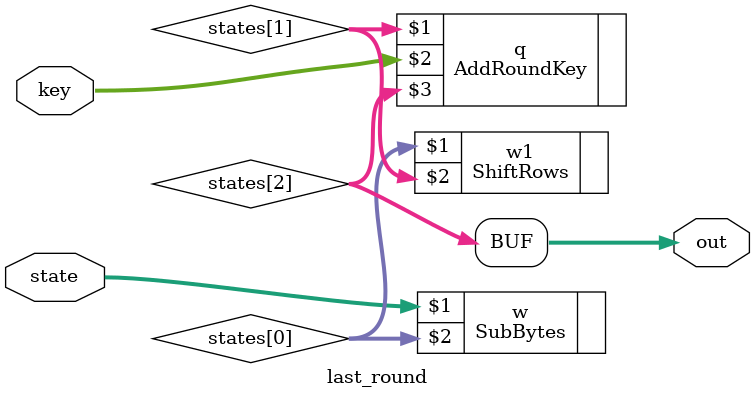
<source format=v>
module last_round(input[127:0] state, input [127:0] key,output wire[127:0] out);
// wire [127:0]states[9:0];
// //wire [6:0]out_deoder[2:0];
// //reg [127:0] need;
// //wire [11:0]out_endoer;
// // AddRoundKey k(states[4],key,states[1]);
// // SubBytes s(states[1],states[2]);
// // ShiftRows r(states[2],states[3]);
// // Encoder e(states[3][7:0],out_endoer);
// // Decoder d(out_endoer,out_deoder[0],out_deoder[1],out_deoder[2]);
// always  @(*) begin : last_round  // level 01
// if(i==10)
// begin
// need=state;
// end

// end
// assign states[4]=need;
// assign out=states[3];
wire[127:0]states[2:0];
SubBytes w(state,states[0]);
ShiftRows w1(states[0],states[1]);
AddRoundKey q(states[1],key,states[2]);
assign out=states[2];
endmodule
</source>
